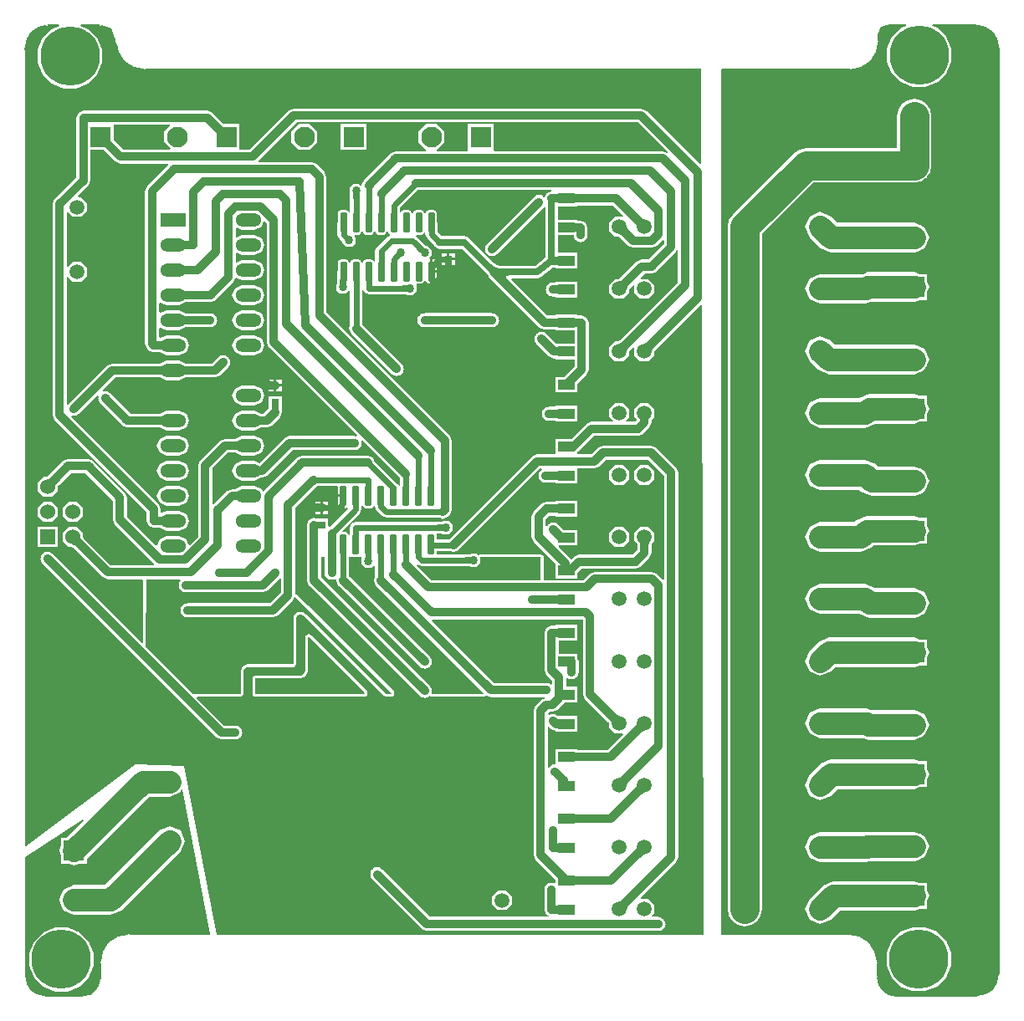
<source format=gbl>
G04*
G04 #@! TF.GenerationSoftware,Altium Limited,Altium Designer,24.0.1 (36)*
G04*
G04 Layer_Physical_Order=2*
G04 Layer_Color=16711680*
%FSLAX44Y44*%
%MOMM*%
G71*
G04*
G04 #@! TF.SameCoordinates,71F2B9B8-5446-4F90-8F71-DE05B1429098*
G04*
G04*
G04 #@! TF.FilePolarity,Positive*
G04*
G01*
G75*
%ADD16R,0.8000X0.7000*%
%ADD19R,1.7200X1.0800*%
%ADD51C,2.9210*%
%ADD52C,0.8128*%
%ADD53C,0.7000*%
%ADD54C,1.5080*%
%ADD55R,1.5080X1.5080*%
%ADD56O,2.6416X1.3208*%
%ADD57R,2.6416X1.3208*%
%ADD58C,2.1000*%
%ADD59R,2.1000X2.1000*%
%ADD60R,2.1000X2.1000*%
%ADD61C,1.5000*%
%ADD62R,1.5000X1.5000*%
%ADD63C,6.0000*%
%ADD64C,1.4980*%
%ADD65R,1.4980X1.4980*%
%ADD66R,1.5300X1.5300*%
%ADD67C,1.5300*%
%ADD68C,0.8585*%
G04:AMPARAMS|DCode=69|XSize=1.97mm|YSize=0.6mm|CornerRadius=0.075mm|HoleSize=0mm|Usage=FLASHONLY|Rotation=270.000|XOffset=0mm|YOffset=0mm|HoleType=Round|Shape=RoundedRectangle|*
%AMROUNDEDRECTD69*
21,1,1.9700,0.4500,0,0,270.0*
21,1,1.8200,0.6000,0,0,270.0*
1,1,0.1500,-0.2250,-0.9100*
1,1,0.1500,-0.2250,0.9100*
1,1,0.1500,0.2250,0.9100*
1,1,0.1500,0.2250,-0.9100*
%
%ADD69ROUNDEDRECTD69*%
%ADD70C,2.2860*%
%ADD71C,0.6000*%
G36*
X886938Y986348D02*
X887036Y986382D01*
X887131Y986342D01*
X894882D01*
X895129Y985097D01*
X890034Y982986D01*
X880880Y973833D01*
X875926Y961873D01*
Y948928D01*
X880880Y936968D01*
X890034Y927814D01*
X901994Y922860D01*
X914939D01*
X926899Y927814D01*
X936052Y936968D01*
X941006Y948928D01*
Y961873D01*
X936052Y973833D01*
X926899Y982986D01*
X921803Y985097D01*
X922051Y986342D01*
X932050D01*
X932050Y985757D01*
X932051Y985757D01*
X933321Y986343D01*
X966367D01*
X967260Y985441D01*
X967257Y985036D01*
X967294Y985020D01*
X968564Y985505D01*
X975718Y984081D01*
X982860Y979310D01*
X987632Y972168D01*
X989054Y965014D01*
X988570Y963744D01*
X988586Y963707D01*
X988991Y963710D01*
X989602Y963104D01*
X989893Y962474D01*
X989893Y900140D01*
X989893Y86788D01*
X989893Y24649D01*
X989307D01*
X987632Y16225D01*
X982860Y9083D01*
X975718Y4311D01*
X967294Y2635D01*
Y2050D01*
X932051D01*
X932051Y2050D01*
X932051Y2636D01*
X932050Y2636D01*
X932050Y2050D01*
X883875D01*
X883522Y2432D01*
X883059Y2979D01*
X883032Y3245D01*
X883032Y3246D01*
X883032Y3246D01*
X883032Y3246D01*
X882857Y3318D01*
X882726Y3372D01*
X881523Y3210D01*
X877272Y4056D01*
X871218Y8102D01*
X867172Y14156D01*
X865751Y21298D01*
X865780Y21440D01*
X865790Y21491D01*
X865798Y21530D01*
X865808Y21582D01*
X865944Y22264D01*
X866028Y22686D01*
X866028Y22686D01*
X866027Y22686D01*
X865166Y23509D01*
X865166Y35395D01*
X865198Y35539D01*
X865200Y35544D01*
X866433Y36665D01*
X866488Y36665D01*
X866488Y36666D01*
X866475Y36699D01*
X866467Y36718D01*
X866318Y36716D01*
X865358Y37137D01*
X865200Y37936D01*
X863283Y47568D01*
X857109Y56810D01*
X847868Y62984D01*
X837904Y64966D01*
X837757Y65091D01*
X837055Y65925D01*
X837001Y66084D01*
X837001Y66174D01*
X836965Y66189D01*
X836964Y66189D01*
Y66035D01*
X836304Y65105D01*
X836139Y64940D01*
X835840Y64867D01*
X708086D01*
X707977Y940543D01*
X708875Y941441D01*
X838283D01*
Y941156D01*
X849185Y943324D01*
X858427Y949499D01*
X864602Y958741D01*
X866518Y968373D01*
X866615Y968861D01*
X866664Y968902D01*
X867483Y969532D01*
X867702Y969607D01*
X867792Y969606D01*
X867807Y969643D01*
X867807Y969643D01*
X867627Y969643D01*
X866643Y970116D01*
X866485Y970767D01*
Y976557D01*
X866722D01*
X869688Y983716D01*
X875536Y986139D01*
X876620Y985691D01*
X876847Y985597D01*
X876885Y985613D01*
X876881Y985985D01*
X877790Y986852D01*
X877827Y986860D01*
X886938Y986348D01*
D02*
G37*
G36*
X79214Y986084D02*
X79214Y986084D01*
X79849Y985145D01*
X79848Y985036D01*
X79886Y985020D01*
X79886Y985092D01*
X81156Y985940D01*
X90402Y982110D01*
X94236Y972855D01*
X94649Y971756D01*
X94895Y971106D01*
X94998Y970187D01*
X94979Y969769D01*
X94948Y969472D01*
X94921Y969271D01*
X94946Y969211D01*
X95405Y968103D01*
X95407Y968097D01*
X95520Y967824D01*
X95840Y967052D01*
X95860Y967004D01*
X96664Y966077D01*
X98123Y958741D01*
X104298Y949499D01*
X113540Y943324D01*
X123172Y941408D01*
X124414Y941161D01*
X124405Y940134D01*
X124442Y940119D01*
X124442Y941168D01*
X125566Y941441D01*
X687524Y941441D01*
X687821Y845382D01*
X686648Y844894D01*
X632143Y899399D01*
X627089Y901493D01*
X275553D01*
X270498Y899399D01*
X230936Y859837D01*
X220544D01*
Y885558D01*
X204573D01*
X193018Y897113D01*
X187963Y899207D01*
X62701D01*
X57646Y897113D01*
X55553Y892059D01*
Y831519D01*
X33516Y809483D01*
X31423Y804429D01*
Y590973D01*
X33516Y585919D01*
X126672Y492762D01*
Y483750D01*
X128766Y478696D01*
X133821Y476602D01*
X139848D01*
X146485Y473853D01*
X159693D01*
X166692Y476752D01*
X169591Y483750D01*
X166692Y490749D01*
X159693Y493648D01*
X146485D01*
X142025Y491800D01*
X140969Y492506D01*
Y495723D01*
X138875Y500778D01*
X50337Y589316D01*
X50863Y590586D01*
X52287D01*
X53049Y590271D01*
X53810Y590586D01*
X55879D01*
X57341Y592049D01*
X58103Y592364D01*
X76442Y610703D01*
X77712Y610177D01*
Y608848D01*
X77397Y608087D01*
X77712Y607325D01*
Y605257D01*
X79175Y603794D01*
X79490Y603032D01*
X102227Y580296D01*
X107281Y578202D01*
X139848D01*
X146485Y575453D01*
X159693D01*
X166692Y578352D01*
X169591Y585350D01*
X166692Y592349D01*
X159693Y595248D01*
X146485D01*
X139847Y592498D01*
X110242D01*
X89599Y613141D01*
X88837Y613457D01*
X87375Y614919D01*
X85306D01*
X84545Y615235D01*
X83783Y614919D01*
X82454D01*
X81928Y616189D01*
X94741Y629002D01*
X139848D01*
X146485Y626253D01*
X159693D01*
X166330Y629002D01*
X195660D01*
X200714Y631096D01*
X208979Y639361D01*
X209295Y640123D01*
X210757Y641585D01*
Y643654D01*
X211073Y644415D01*
X210757Y645177D01*
Y647245D01*
X209295Y648708D01*
X208979Y649470D01*
X208218Y649785D01*
X206755Y651248D01*
X204686D01*
X203925Y651563D01*
X203163Y651248D01*
X201094D01*
X199632Y649785D01*
X198870Y649470D01*
X192699Y643298D01*
X166331D01*
X159693Y646048D01*
X146485D01*
X139847Y643298D01*
X91780D01*
X86726Y641205D01*
X47994Y602473D01*
X47761Y601909D01*
X46954Y601464D01*
X45719Y602107D01*
Y730784D01*
X46989Y731310D01*
X52196Y726103D01*
X60505D01*
X66381Y731978D01*
Y740287D01*
X60505Y746163D01*
X52196D01*
X46989Y740955D01*
X45719Y741481D01*
Y795944D01*
X46989Y796470D01*
X51836Y791622D01*
X60145D01*
X66020Y797498D01*
Y805807D01*
X60145Y811683D01*
X57593D01*
X57107Y812856D01*
X67755Y823504D01*
X69849Y828559D01*
Y859478D01*
X82876D01*
X94719Y847634D01*
X99774Y845540D01*
X148041D01*
X148568Y844270D01*
X126988Y822691D01*
X124895Y817637D01*
Y662820D01*
X126988Y657766D01*
X128258Y656496D01*
X133313Y654402D01*
X139848D01*
X146485Y651653D01*
X159693D01*
X166692Y654552D01*
X169591Y661550D01*
X166692Y668549D01*
X159693Y671448D01*
X146485D01*
X140461Y668952D01*
X139191Y669701D01*
Y678700D01*
X140461Y679548D01*
X146485Y677053D01*
X159693D01*
X166330Y679802D01*
X190971D01*
X191732Y680117D01*
X193801D01*
X195264Y681580D01*
X196025Y681896D01*
X196341Y682657D01*
X197803Y684120D01*
Y686188D01*
X198119Y686950D01*
X197803Y687712D01*
Y689780D01*
X196341Y691243D01*
X196025Y692005D01*
X195264Y692320D01*
X193801Y693783D01*
X191732D01*
X190971Y694098D01*
X166331D01*
X159693Y696848D01*
X146485D01*
X140461Y694352D01*
X139191Y695201D01*
Y704100D01*
X140461Y704948D01*
X146485Y702453D01*
X159693D01*
X166330Y705202D01*
X191225D01*
X196279Y707296D01*
X214532Y725548D01*
X216541Y730398D01*
X222685Y727853D01*
X235893D01*
X242892Y730752D01*
X245791Y737750D01*
X242892Y744749D01*
X235893Y747648D01*
X222685D01*
X217681Y745575D01*
X216625Y746281D01*
Y754620D01*
X217681Y755326D01*
X222685Y753253D01*
X235893D01*
X242892Y756152D01*
X245791Y763150D01*
X242892Y770149D01*
X235893Y773048D01*
X222685D01*
X217681Y770975D01*
X216625Y771681D01*
Y780020D01*
X217681Y780726D01*
X222685Y778653D01*
X235893D01*
X242892Y781552D01*
X245083Y786843D01*
X246329Y787091D01*
X248239Y785181D01*
Y665240D01*
X250333Y660186D01*
X339935Y570583D01*
X339269Y569453D01*
X337528D01*
X336767Y569769D01*
X271489D01*
X266434Y567675D01*
X241065Y542306D01*
X235893Y544448D01*
X222685D01*
X215687Y541549D01*
X212788Y534550D01*
X215687Y527552D01*
X222685Y524653D01*
X235893D01*
X242530Y527402D01*
X243418D01*
X248473Y529496D01*
X274450Y555472D01*
X336767D01*
X337528Y555788D01*
X339597D01*
X341059Y557251D01*
X341821Y557566D01*
X342137Y558328D01*
X343599Y559790D01*
Y561859D01*
X343915Y562621D01*
X343599Y563382D01*
Y565123D01*
X344729Y565789D01*
X383157Y527362D01*
Y519455D01*
X381887Y519203D01*
X381221Y520809D01*
X380718Y521017D01*
X380693Y521078D01*
X356881Y544890D01*
X355730Y547671D01*
X350675Y549764D01*
X284189D01*
X279134Y547671D01*
X245246Y513783D01*
X243838Y513864D01*
X242892Y516149D01*
X235893Y519048D01*
X222685D01*
X216047Y516298D01*
X213192D01*
X208138Y514205D01*
X194182Y500249D01*
X192912Y500775D01*
Y536927D01*
X208787Y552802D01*
X216048D01*
X222685Y550053D01*
X235893D01*
X242892Y552952D01*
X245791Y559950D01*
X242892Y566949D01*
X235893Y569848D01*
X222685D01*
X216047Y567098D01*
X205826D01*
X200772Y565005D01*
X180709Y544942D01*
X178615Y539888D01*
Y467664D01*
X170314Y459363D01*
X169069Y459611D01*
X166692Y465349D01*
X159693Y468248D01*
X146485D01*
X139487Y465349D01*
X137071Y459516D01*
X135573Y459218D01*
X106679Y488111D01*
Y507249D01*
X104585Y512303D01*
X72581Y544307D01*
X67527Y546401D01*
X47144D01*
X42089Y544307D01*
X27332Y529550D01*
X26862Y529203D01*
X26353Y528872D01*
X26030Y528700D01*
X25977Y528680D01*
X25862Y528663D01*
X25743Y528592D01*
X25702Y528577D01*
X25675Y528552D01*
X25561Y528484D01*
X21964D01*
X15995Y522514D01*
Y514073D01*
X21964Y508104D01*
X30405D01*
X36375Y514073D01*
Y517670D01*
X36443Y517784D01*
X36468Y517811D01*
X36483Y517852D01*
X36554Y517971D01*
X36571Y518086D01*
X36591Y518139D01*
X36764Y518462D01*
X37036Y518882D01*
X38026Y520026D01*
X50104Y532104D01*
X64566D01*
X92382Y504288D01*
Y485151D01*
X94476Y480096D01*
X134344Y440229D01*
X133818Y438959D01*
X90228D01*
X62841Y466346D01*
X62494Y466816D01*
X62164Y467325D01*
X61991Y467648D01*
X61971Y467701D01*
X61954Y467817D01*
X61883Y467935D01*
X61868Y467976D01*
X61843Y468004D01*
X61775Y468117D01*
Y471714D01*
X55806Y477684D01*
X47364D01*
X41395Y471714D01*
Y463273D01*
X47364Y457304D01*
X50961D01*
X51075Y457236D01*
X51102Y457210D01*
X51143Y457195D01*
X51262Y457124D01*
X51377Y457107D01*
X51430Y457087D01*
X51753Y456915D01*
X52173Y456642D01*
X53317Y455652D01*
X82213Y426756D01*
X87268Y424663D01*
X122311D01*
X123208Y423763D01*
X123042Y360437D01*
X121868Y359953D01*
X31239Y450581D01*
X30477Y450897D01*
X29015Y452359D01*
X26946D01*
X26185Y452675D01*
X25423Y452359D01*
X23354D01*
X21892Y450897D01*
X21130Y450581D01*
X20815Y449819D01*
X19352Y448357D01*
Y446288D01*
X19037Y445527D01*
X19352Y444765D01*
Y442696D01*
X20815Y441234D01*
X21130Y440472D01*
X197152Y264450D01*
X202207Y262356D01*
X216371D01*
X217132Y262672D01*
X219201D01*
X220664Y264135D01*
X221425Y264450D01*
X221741Y265212D01*
X223203Y266674D01*
Y268743D01*
X223519Y269505D01*
X223203Y270266D01*
Y272335D01*
X221741Y273797D01*
X221425Y274559D01*
X220664Y274875D01*
X219201Y276337D01*
X217132D01*
X216371Y276653D01*
X205167D01*
X177288Y304533D01*
X177774Y305706D01*
X221922D01*
X223867Y306511D01*
X224672Y308455D01*
Y331027D01*
X226120Y334524D01*
X229618Y335973D01*
X275263D01*
X277207Y336778D01*
X278012Y338722D01*
Y384367D01*
X278118Y384623D01*
Y385170D01*
X278327Y385675D01*
Y386605D01*
X278985Y387262D01*
X279194Y387768D01*
X279557Y388130D01*
X280062Y388340D01*
X280719Y388997D01*
X281649D01*
X282154Y389206D01*
X282667D01*
X283172Y388997D01*
X284102D01*
X284759Y388340D01*
X285265Y388130D01*
X285651Y387744D01*
X285908Y387637D01*
X367034Y306511D01*
X368978Y305706D01*
X368978Y305706D01*
X374186D01*
X374691Y305915D01*
X375238D01*
X375625Y306302D01*
X376130Y306511D01*
X376339Y307016D01*
X376726Y307403D01*
X377212Y308576D01*
Y309123D01*
X377421Y309628D01*
X377212Y310134D01*
Y310681D01*
X376825Y311067D01*
X376616Y311572D01*
X279407Y408781D01*
X278479Y409166D01*
X277566Y409585D01*
X276880Y409610D01*
X276859Y409625D01*
Y496922D01*
X299477Y519540D01*
X319216D01*
X319922Y518484D01*
X319842Y518291D01*
Y510461D01*
X325653D01*
Y509191D01*
X326923D01*
Y496530D01*
X327903D01*
X329308Y497112D01*
X330027Y496035D01*
X311633Y477641D01*
X311361Y477528D01*
X310305Y478234D01*
Y485898D01*
X304966D01*
X303765Y486396D01*
X297528D01*
X296054Y487006D01*
X291000Y484913D01*
X288906Y479858D01*
Y423817D01*
X291000Y418762D01*
X403099Y306662D01*
X403861Y306347D01*
X405324Y304884D01*
X407392D01*
X408154Y304569D01*
X408916Y304884D01*
X410984D01*
X412086Y305987D01*
X413221Y306511D01*
X413727Y306302D01*
X414113Y305915D01*
X414660Y305915D01*
X415165Y305706D01*
X467404D01*
X467909Y305915D01*
X468456Y305915D01*
X469348Y306511D01*
X470731Y307132D01*
X475197Y305282D01*
X529713D01*
X529966Y304013D01*
X526251Y302474D01*
X520180Y296403D01*
X518087Y291349D01*
Y145775D01*
X520180Y140720D01*
X540511Y120390D01*
Y117723D01*
X539337Y117237D01*
X539241Y117333D01*
X537172D01*
X536411Y117649D01*
X535649Y117333D01*
X533581D01*
X532118Y115871D01*
X531356Y115555D01*
X531041Y114794D01*
X529578Y113331D01*
Y111262D01*
X529263Y110501D01*
Y89959D01*
X531356Y84904D01*
X533306Y84096D01*
X533059Y82851D01*
X413134D01*
X364935Y131049D01*
X364174Y131365D01*
X362711Y132827D01*
X360642D01*
X359881Y133143D01*
X359119Y132827D01*
X357051D01*
X355588Y131365D01*
X354826Y131049D01*
X354511Y130288D01*
X353048Y128825D01*
Y126756D01*
X352733Y125995D01*
X353048Y125233D01*
Y123165D01*
X354511Y121702D01*
X354826Y120940D01*
X405118Y70648D01*
X410173Y68555D01*
X644615D01*
X645376Y68870D01*
X647445D01*
X648907Y70333D01*
X649669Y70648D01*
X649985Y71410D01*
X651447Y72873D01*
Y74941D01*
X651763Y75703D01*
X651447Y76464D01*
Y78533D01*
X649985Y79995D01*
X649669Y80757D01*
X648907Y81073D01*
X647445Y82535D01*
X645376D01*
X644615Y82851D01*
X638497D01*
X638011Y84024D01*
X640471Y86483D01*
Y94834D01*
X634566Y100739D01*
X626976D01*
X626450Y102009D01*
X662369Y137928D01*
X664463Y142983D01*
Y532649D01*
X662369Y537703D01*
X642049Y558023D01*
X636995Y560117D01*
X588227D01*
X583172Y558023D01*
X576376Y551227D01*
X562791D01*
Y553635D01*
X563563Y553955D01*
X579559Y569950D01*
X624041D01*
X629095Y572044D01*
X635445Y578394D01*
X637539Y583449D01*
Y586010D01*
X640471Y588942D01*
Y597292D01*
X634566Y603197D01*
X626215D01*
X620311Y597292D01*
Y588942D01*
X623043Y586210D01*
X621080Y584247D01*
X612035D01*
X611549Y585420D01*
X615071Y588942D01*
Y597292D01*
X609166Y603197D01*
X600815D01*
X594911Y597292D01*
Y588942D01*
X598432Y585420D01*
X597946Y584247D01*
X576598D01*
X571544Y582153D01*
X556340Y566949D01*
X540511D01*
Y551227D01*
X521425D01*
X516370Y549133D01*
X432730Y465493D01*
X420364D01*
Y468791D01*
X419787Y470184D01*
X420493Y471240D01*
X425516D01*
X426352Y470403D01*
X432012D01*
X436015Y474406D01*
Y480066D01*
X432012Y484069D01*
X426352D01*
X425516Y483232D01*
X338353D01*
X334113Y481476D01*
X332357Y477236D01*
Y469955D01*
X331087Y469703D01*
X330421Y471309D01*
X327903Y472352D01*
X325101D01*
X324575Y473622D01*
X342593Y491641D01*
X344350Y495881D01*
Y498927D01*
X345620Y499180D01*
X346285Y497573D01*
X348803Y496530D01*
X353303D01*
X355821Y497573D01*
X356487Y499180D01*
X357757Y498927D01*
Y498296D01*
X359513Y494056D01*
X365038Y488531D01*
X369279Y486774D01*
X423409D01*
X426189Y485623D01*
X431244Y487716D01*
X433530Y490002D01*
X435624Y495057D01*
Y565125D01*
X433530Y570179D01*
X308630Y695079D01*
Y832026D01*
X306537Y837081D01*
X298705Y844913D01*
X293650Y847006D01*
X240119D01*
X239593Y848276D01*
X278514Y887197D01*
X624128D01*
X653906Y857419D01*
X653186Y856342D01*
X648428Y858313D01*
X478184D01*
X477931Y859478D01*
X477931Y859583D01*
Y885558D01*
X451851D01*
Y859583D01*
X451851Y859478D01*
X451598Y858313D01*
X420545D01*
X420397Y859583D01*
X427930Y867117D01*
Y877919D01*
X420292Y885558D01*
X409489D01*
X401851Y877919D01*
Y867117D01*
X409384Y859583D01*
X409236Y858313D01*
X379052D01*
X373998Y856219D01*
X346164Y828385D01*
X344281Y823840D01*
X342897Y823429D01*
X341348Y824977D01*
X335688D01*
X331686Y820975D01*
Y815314D01*
X332522Y814478D01*
Y796204D01*
X331252Y795951D01*
X330586Y797558D01*
X328068Y798601D01*
X323568D01*
X321050Y797558D01*
X320007Y795040D01*
Y786387D01*
X319822Y785939D01*
Y773467D01*
X321578Y769227D01*
X324600Y766205D01*
Y765023D01*
X328602Y761020D01*
X334263D01*
X338265Y765023D01*
Y770683D01*
X336940Y772008D01*
X337466Y773278D01*
X340768D01*
X343286Y774322D01*
X344233Y776608D01*
X344241Y776609D01*
X345496D01*
X345503Y776608D01*
X346450Y774322D01*
X348968Y773278D01*
X353468D01*
X355986Y774322D01*
X356933Y776608D01*
X356941Y776609D01*
X358196D01*
X358203Y776608D01*
X359150Y774322D01*
X361668Y773278D01*
X366168D01*
X368686Y774322D01*
X369633Y776608D01*
X369641Y776609D01*
X370896D01*
X370903Y776608D01*
X371850Y774322D01*
X372448Y774074D01*
Y772804D01*
X370118Y771839D01*
X359678Y761398D01*
X357922Y757158D01*
Y746703D01*
X356652Y746451D01*
X355986Y748057D01*
X353468Y749100D01*
X348968D01*
X346450Y748057D01*
X345503Y745771D01*
X345496Y745770D01*
X344241D01*
X344233Y745771D01*
X343286Y748057D01*
X340768Y749100D01*
X336268D01*
X333750Y748057D01*
X332803Y745771D01*
X332796Y745770D01*
X331541D01*
X331533Y745771D01*
X330586Y748057D01*
X328068Y749100D01*
X323568D01*
X321050Y748057D01*
X320007Y745539D01*
Y737927D01*
X319086Y735704D01*
Y724275D01*
X318250Y723439D01*
Y717778D01*
X322253Y713776D01*
X327913D01*
X331252Y717115D01*
X332522Y716589D01*
Y681505D01*
X331370Y678725D01*
X333464Y673671D01*
X374638Y632496D01*
X375400Y632181D01*
X376862Y630718D01*
X378931D01*
X379693Y630402D01*
X380454Y630718D01*
X382523D01*
X383985Y632181D01*
X384747Y632496D01*
X385063Y633258D01*
X386525Y634720D01*
Y636789D01*
X386841Y637551D01*
X386525Y638312D01*
Y640381D01*
X385063Y641843D01*
X384747Y642605D01*
X344515Y682838D01*
Y717473D01*
X345785Y717726D01*
X346978Y714845D01*
X351218Y713088D01*
X389742D01*
X390578Y712252D01*
X396239D01*
X400241Y716255D01*
Y721915D01*
X399562Y722594D01*
X400174Y723778D01*
X404268D01*
X406786Y724821D01*
X407733Y727108D01*
X407741Y727109D01*
X408996D01*
X409003Y727108D01*
X409950Y724821D01*
X412468Y723778D01*
X413448D01*
Y736440D01*
Y749100D01*
X413039D01*
X412513Y750370D01*
X414719Y752577D01*
Y758237D01*
X410717Y762239D01*
X409534D01*
X399935Y771839D01*
X399292Y772105D01*
X399768Y773278D01*
X404268D01*
X406786Y774322D01*
X407452Y775928D01*
X408722Y775676D01*
Y773949D01*
X410478Y769708D01*
X417730Y762456D01*
X418272Y761150D01*
X422895Y759235D01*
X445359D01*
X472326Y732268D01*
X472936Y730794D01*
X524161Y679569D01*
X529215Y677476D01*
X540511D01*
Y676684D01*
X559743D01*
Y663164D01*
X541120D01*
X531199Y673085D01*
X530437Y673401D01*
X528974Y674863D01*
X526906D01*
X526144Y675179D01*
X525382Y674863D01*
X523314D01*
X521851Y673401D01*
X521090Y673085D01*
X520774Y672324D01*
X519311Y670861D01*
Y668792D01*
X518996Y668031D01*
X519311Y667269D01*
Y665201D01*
X520774Y663738D01*
X521090Y662976D01*
X533896Y650170D01*
X538951Y648076D01*
X540511D01*
Y647284D01*
X559743D01*
Y640018D01*
X549482Y629757D01*
X540511D01*
Y613877D01*
X562791D01*
Y622848D01*
X571945Y632002D01*
X574039Y637057D01*
Y684624D01*
X571945Y689678D01*
X566891Y691772D01*
X562791D01*
Y692564D01*
X540511D01*
Y691772D01*
X532176D01*
X495811Y728138D01*
X496297Y729311D01*
X522020D01*
X524031Y730144D01*
X526119Y730756D01*
X537956Y740284D01*
X540511D01*
Y739492D01*
X562791D01*
Y755372D01*
X542948D01*
Y772899D01*
X558592D01*
X558788Y772425D01*
Y770357D01*
X560251Y768894D01*
X560566Y768132D01*
X561328Y767817D01*
X562790Y766354D01*
X564859D01*
X565621Y766039D01*
X566382Y766354D01*
X568451D01*
X569913Y767817D01*
X570675Y768132D01*
X570991Y768894D01*
X572453Y770357D01*
Y772425D01*
X572769Y773187D01*
Y780839D01*
X570675Y785893D01*
X565621Y787987D01*
X562791D01*
Y788779D01*
X542948D01*
Y802299D01*
X562791D01*
Y803091D01*
X598730D01*
X608932Y792889D01*
X608406Y791619D01*
X600815D01*
X594911Y785714D01*
Y777363D01*
X600815Y771459D01*
X604357D01*
X604399Y771433D01*
X604459Y771376D01*
X604554Y771339D01*
X604649Y771282D01*
X604738Y771268D01*
X604768Y771256D01*
X605076Y771088D01*
X605485Y770818D01*
X606394Y770026D01*
X614130Y762290D01*
X619185Y760197D01*
X638011D01*
X643065Y762290D01*
X648896Y768122D01*
X650166Y767596D01*
Y764210D01*
X634542Y748585D01*
X627696D01*
X622642Y746491D01*
X605921Y729770D01*
X605570Y729508D01*
X605076Y729181D01*
X604768Y729013D01*
X604738Y729002D01*
X604649Y728988D01*
X604554Y728930D01*
X604459Y728894D01*
X604399Y728837D01*
X604357Y728811D01*
X600815D01*
X594911Y722906D01*
Y714556D01*
X600815Y708651D01*
X609166D01*
X615071Y714556D01*
Y718097D01*
X615097Y718140D01*
X615153Y718199D01*
X615190Y718294D01*
X615248Y718389D01*
X615261Y718479D01*
X615273Y718508D01*
X615441Y718816D01*
X615711Y719225D01*
X616503Y720135D01*
X619041Y722672D01*
X620311Y722146D01*
Y714556D01*
X626215Y708651D01*
X634566D01*
X640471Y714556D01*
Y722906D01*
X634566Y728811D01*
X626976D01*
X626450Y730081D01*
X630657Y734288D01*
X637503D01*
X642557Y736382D01*
X662369Y756194D01*
X663145Y758067D01*
X664390Y757819D01*
Y725433D01*
X605921Y666963D01*
X605570Y666701D01*
X605076Y666374D01*
X604768Y666206D01*
X604738Y666195D01*
X604649Y666181D01*
X604554Y666123D01*
X604459Y666087D01*
X604399Y666030D01*
X604357Y666004D01*
X600815D01*
X594911Y660099D01*
Y651749D01*
X600815Y645844D01*
X609166D01*
X615071Y651749D01*
Y655290D01*
X615097Y655333D01*
X615153Y655392D01*
X615190Y655487D01*
X615248Y655582D01*
X615261Y655672D01*
X615273Y655701D01*
X615441Y656009D01*
X615711Y656418D01*
X616503Y657327D01*
X619041Y659865D01*
X620311Y659339D01*
Y651749D01*
X626215Y645844D01*
X634566D01*
X640471Y651749D01*
Y655290D01*
X640497Y655333D01*
X640553Y655392D01*
X640590Y655487D01*
X640648Y655582D01*
X640661Y655672D01*
X640673Y655701D01*
X640841Y656009D01*
X641111Y656418D01*
X641903Y657327D01*
X687090Y702515D01*
X688264Y702031D01*
X690233Y65766D01*
X689336Y64867D01*
X197078D01*
X164762Y235875D01*
X115626Y237240D01*
X4387Y154457D01*
X3252Y155027D01*
Y957690D01*
X3199Y957817D01*
X3242Y957948D01*
X3242Y957948D01*
X2876Y962813D01*
X3740Y963744D01*
X4121Y963744D01*
X4121Y963744D01*
X3996Y964045D01*
X3545Y964554D01*
X5060Y972168D01*
X9832Y979310D01*
X16973Y984081D01*
X24127Y985505D01*
X25397Y985020D01*
X25397Y985020D01*
X25397Y985020D01*
X25434Y985036D01*
X25434Y985079D01*
X26054Y986069D01*
X26195Y986212D01*
X26425Y986342D01*
X37869D01*
X38116Y985097D01*
X30532Y981955D01*
X21379Y972802D01*
X16425Y960842D01*
Y947897D01*
X21379Y935937D01*
X30532Y926783D01*
X42492Y921829D01*
X55437D01*
X67397Y926783D01*
X76551Y935937D01*
X81505Y947897D01*
Y960842D01*
X76551Y972802D01*
X67397Y981955D01*
X59813Y985097D01*
X60061Y986342D01*
X78958D01*
X79214Y986084D01*
D02*
G37*
G36*
X150282Y883737D02*
X144464Y877919D01*
Y867117D01*
X150571Y861010D01*
X150085Y859837D01*
X102735D01*
X92985Y869587D01*
Y884911D01*
X149796D01*
X150282Y883737D01*
D02*
G37*
G36*
X536411Y817387D02*
X531356Y815293D01*
X530018Y812063D01*
X528765Y811769D01*
X528004Y812085D01*
X526541Y813547D01*
X524472D01*
X523711Y813863D01*
X522949Y813547D01*
X520881D01*
X519418Y812085D01*
X518656Y811769D01*
X471158Y764271D01*
X470843Y763510D01*
X469380Y762047D01*
Y759978D01*
X469065Y759217D01*
X469380Y758455D01*
Y756386D01*
X470843Y754924D01*
X471158Y754162D01*
X471920Y753847D01*
X473382Y752384D01*
X475451D01*
X476213Y752069D01*
X476974Y752384D01*
X479043D01*
X480505Y753847D01*
X481267Y754162D01*
X528603Y801498D01*
X529368Y801360D01*
X529873Y801109D01*
Y750562D01*
X519716Y742386D01*
X483508D01*
X483049Y742474D01*
X482009Y742761D01*
X481006Y743128D01*
X480037Y743577D01*
X479099Y744110D01*
X478712Y744373D01*
X452690Y770395D01*
X448067Y772310D01*
X424837D01*
X420715Y776432D01*
Y785939D01*
X420529Y786387D01*
Y795040D01*
X419486Y797558D01*
X416968Y798601D01*
X412468D01*
X409950Y797558D01*
X409003Y795271D01*
X408996Y795270D01*
X407741D01*
X407733Y795271D01*
X406786Y797558D01*
X404268Y798601D01*
X399768D01*
X397250Y797558D01*
X396303Y795271D01*
X396296Y795270D01*
X395041D01*
X395033Y795271D01*
X394086Y797558D01*
X391568Y798601D01*
X387068D01*
X384550Y797558D01*
X383885Y795951D01*
X382615Y796204D01*
Y800675D01*
X400556Y818616D01*
X536314D01*
X536411Y817387D01*
D02*
G37*
G36*
X341518Y809923D02*
X335518D01*
X335513Y815079D01*
X341523D01*
X341518Y809923D01*
D02*
G37*
G36*
X623578Y794116D02*
X628229Y790066D01*
X628887Y789631D01*
X629454Y789322D01*
X629930Y789137D01*
X630315Y789078D01*
X622851Y781614D01*
X622792Y782000D01*
X622608Y782476D01*
X622298Y783043D01*
X621864Y783700D01*
X621304Y784449D01*
X619809Y786218D01*
X616628Y789554D01*
X622376Y795301D01*
X623578Y794116D01*
D02*
G37*
G36*
X612589Y781078D02*
X612774Y780602D01*
X613083Y780035D01*
X613518Y779377D01*
X614077Y778628D01*
X615572Y776859D01*
X618753Y773524D01*
X613006Y767776D01*
X611803Y768962D01*
X607152Y773012D01*
X606495Y773446D01*
X605928Y773756D01*
X605451Y773940D01*
X605066Y773999D01*
X612530Y781463D01*
X612589Y781078D01*
D02*
G37*
G36*
X407844Y759699D02*
X403594Y755450D01*
X399952Y759099D01*
X404195Y763341D01*
X407844Y759699D01*
D02*
G37*
G36*
X383941Y751622D02*
X380292Y747980D01*
X376049Y752223D01*
X379692Y755872D01*
X383941Y751622D01*
D02*
G37*
G36*
X475501Y743358D02*
X476553Y742516D01*
X477645Y741774D01*
X478778Y741131D01*
X479953Y740586D01*
X481169Y740141D01*
X482425Y739794D01*
X483722Y739547D01*
X485061Y739398D01*
X486440Y739349D01*
X494238Y732349D01*
X492966Y732291D01*
X491948Y732119D01*
X491185Y731831D01*
X490678Y731429D01*
X490425Y730912D01*
X490427Y730280D01*
X490684Y729532D01*
X491196Y728670D01*
X491963Y727693D01*
X492985Y726601D01*
X477991Y735849D01*
X474491Y744298D01*
X475501Y743358D01*
D02*
G37*
G36*
X328088Y723674D02*
X322078D01*
X322083Y728830D01*
X328083D01*
X328088Y723674D01*
D02*
G37*
G36*
X618753Y726746D02*
X617568Y725544D01*
X613518Y720893D01*
X613083Y720235D01*
X612774Y719668D01*
X612589Y719192D01*
X612530Y718807D01*
X605066Y726271D01*
X605451Y726330D01*
X605928Y726514D01*
X606495Y726824D01*
X607152Y727258D01*
X607901Y727818D01*
X609670Y729313D01*
X613006Y732494D01*
X618753Y726746D01*
D02*
G37*
G36*
X390343Y716080D02*
X385187Y716085D01*
Y722085D01*
X390343Y722089D01*
Y716080D01*
D02*
G37*
G36*
X644153Y663939D02*
X642968Y662737D01*
X638918Y658086D01*
X638483Y657428D01*
X638174Y656861D01*
X637990Y656385D01*
X637930Y655999D01*
X630466Y663464D01*
X630851Y663523D01*
X631328Y663707D01*
X631895Y664017D01*
X632552Y664451D01*
X633301Y665011D01*
X635070Y666506D01*
X638406Y669686D01*
X644153Y663939D01*
D02*
G37*
G36*
X618753D02*
X617568Y662737D01*
X613518Y658086D01*
X613083Y657428D01*
X612774Y656861D01*
X612589Y656385D01*
X612530Y655999D01*
X605066Y663464D01*
X605451Y663523D01*
X605928Y663707D01*
X606495Y664017D01*
X607152Y664451D01*
X607901Y665011D01*
X609670Y666506D01*
X613006Y669686D01*
X618753Y663939D01*
D02*
G37*
G36*
X565967Y630386D02*
X560190Y624639D01*
X551273Y627156D01*
X557020Y632934D01*
X565967Y630386D01*
D02*
G37*
G36*
X568841Y563595D02*
X560220Y554973D01*
X558131Y564379D01*
X563878Y570126D01*
X568841Y563595D01*
D02*
G37*
G36*
X650166Y529688D02*
Y424702D01*
X648896Y424176D01*
X643065Y430007D01*
X638011Y432101D01*
X580099D01*
X575044Y430007D01*
X569010Y423973D01*
X528147D01*
Y446953D01*
X527342Y448897D01*
X525398Y449702D01*
X464249D01*
X462400Y448936D01*
X460247Y451089D01*
X454586D01*
X453750Y450253D01*
X420590D01*
X420364Y450591D01*
Y453500D01*
X434062D01*
X436843Y452349D01*
X441897Y454442D01*
X524385Y536931D01*
X526177D01*
X526703Y535661D01*
X526022Y534979D01*
X525260Y534664D01*
X524945Y533902D01*
X523482Y532439D01*
Y530371D01*
X523167Y529609D01*
X523482Y528848D01*
Y526779D01*
X524945Y525317D01*
X525260Y524555D01*
X526022Y524239D01*
X527485Y522777D01*
X529553D01*
X530315Y522461D01*
X540511D01*
Y521669D01*
X562791D01*
Y536931D01*
X579337D01*
X584391Y539024D01*
X591188Y545821D01*
X634034D01*
X650166Y529688D01*
D02*
G37*
G36*
X40132Y526494D02*
X38932Y525276D01*
X34833Y520538D01*
X34393Y519860D01*
X34080Y519273D01*
X33894Y518777D01*
X33834Y518370D01*
X26261Y525943D01*
X26668Y526003D01*
X27164Y526189D01*
X27752Y526502D01*
X28429Y526942D01*
X29196Y527509D01*
X31001Y529022D01*
X33167Y531041D01*
X34385Y532242D01*
X40132Y526494D01*
D02*
G37*
G36*
X378509Y518994D02*
X373500Y515579D01*
X373454Y515619D01*
X373108Y515956D01*
X369227Y519822D01*
X374267Y523268D01*
X378509Y518994D01*
D02*
G37*
G36*
X426116Y474231D02*
X420961Y474236D01*
Y480236D01*
X426116Y480241D01*
Y474231D01*
D02*
G37*
G36*
X59294Y467010D02*
X59480Y466514D01*
X59794Y465927D01*
X60233Y465250D01*
X60800Y464482D01*
X62313Y462677D01*
X64332Y460511D01*
X65532Y459293D01*
X59785Y453546D01*
X58567Y454746D01*
X53829Y458845D01*
X53151Y459285D01*
X52565Y459598D01*
X52068Y459784D01*
X51661Y459844D01*
X59234Y467417D01*
X59294Y467010D01*
D02*
G37*
G36*
X354058Y445861D02*
X348048D01*
X348053Y451017D01*
X354053D01*
X354058Y445861D01*
D02*
G37*
G36*
X454351Y441252D02*
X449195Y441257D01*
Y447257D01*
X454351Y447262D01*
Y441252D01*
D02*
G37*
G36*
X525398Y423973D02*
X414911D01*
X399768Y439117D01*
X400661Y440017D01*
X404901Y438260D01*
X453750D01*
X454586Y437424D01*
X460247D01*
X464249Y441427D01*
Y446953D01*
X525398D01*
Y423973D01*
D02*
G37*
G36*
X262563Y425204D02*
Y411657D01*
X251510Y400605D01*
X167884D01*
X167122Y400289D01*
X165054D01*
X163591Y398827D01*
X162830Y398511D01*
X162514Y397749D01*
X161052Y396287D01*
Y394218D01*
X160736Y393457D01*
X161052Y392695D01*
Y390626D01*
X162514Y389164D01*
X162830Y388402D01*
X163591Y388087D01*
X165054Y386624D01*
X167122D01*
X167884Y386309D01*
X254471D01*
X259525Y388402D01*
X274765Y403642D01*
X276057Y406762D01*
X276778Y406863D01*
X277463Y406837D01*
X374672Y309628D01*
X374186Y308455D01*
X368978D01*
X287465Y389968D01*
X286703Y390284D01*
X285241Y391746D01*
X283172D01*
X282411Y392062D01*
X281649Y391746D01*
X279580D01*
X278118Y390284D01*
X277356Y389968D01*
X277041Y389206D01*
X275578Y387744D01*
Y385675D01*
X275263Y384914D01*
Y338722D01*
X229071D01*
X224016Y336628D01*
X221922Y331574D01*
Y308455D01*
X173365D01*
X125779Y356041D01*
X125960Y424663D01*
X160370D01*
X161063Y423392D01*
X160963Y423149D01*
X159500Y421687D01*
Y419618D01*
X159185Y418857D01*
X159500Y418095D01*
Y416026D01*
X160963Y414564D01*
X161278Y413802D01*
X162040Y413487D01*
X163503Y412024D01*
X165571D01*
X166333Y411708D01*
X244311D01*
X249365Y413802D01*
X261292Y425730D01*
X262563Y425204D01*
D02*
G37*
G36*
X344278Y445683D02*
X344221Y445625D01*
Y439965D01*
X348223Y435963D01*
X353883D01*
X356583Y438663D01*
X357757Y438177D01*
Y426655D01*
X356605Y423874D01*
X358699Y418820D01*
X467890Y309628D01*
X467404Y308455D01*
X415165D01*
X414986Y308887D01*
Y310955D01*
X415302Y311717D01*
X414986Y312479D01*
Y314547D01*
X413524Y316010D01*
X413208Y316771D01*
X303202Y426778D01*
Y446953D01*
X306758D01*
Y431557D01*
X307074Y430795D01*
Y428727D01*
X308537Y427264D01*
X308852Y426502D01*
X309614Y426187D01*
X311077Y424724D01*
X313145D01*
X313907Y424408D01*
X314668Y424724D01*
X316737D01*
X317539Y425526D01*
X317838Y425515D01*
X318673Y424213D01*
X318505Y423807D01*
X320599Y418753D01*
X403099Y336252D01*
X403861Y335936D01*
X405324Y334474D01*
X407392D01*
X408154Y334158D01*
X408916Y334474D01*
X410984D01*
X412447Y335936D01*
X413208Y336252D01*
X413524Y337014D01*
X414986Y338476D01*
Y340545D01*
X415302Y341306D01*
X414986Y342068D01*
Y344137D01*
X413524Y345599D01*
X413208Y346361D01*
X331650Y427920D01*
Y446953D01*
X343752D01*
X344278Y445683D01*
D02*
G37*
G36*
X568125Y308799D02*
X570218Y303744D01*
X593952Y280011D01*
X594214Y279660D01*
X594540Y279165D01*
X594708Y278858D01*
X594720Y278828D01*
X594734Y278739D01*
X594791Y278643D01*
X594828Y278549D01*
X594885Y278489D01*
X594911Y278447D01*
Y274905D01*
X600815Y269000D01*
X608406D01*
X608932Y267731D01*
X593323Y252122D01*
X562791D01*
Y252913D01*
X540511D01*
Y238327D01*
X539713Y237283D01*
X538951Y236967D01*
X536883D01*
X535420Y235505D01*
X534658Y235189D01*
X534425Y234625D01*
X533618Y234180D01*
X532383Y234823D01*
Y275089D01*
X533653Y275616D01*
X535942Y273326D01*
X540511Y271434D01*
Y270441D01*
X562791D01*
Y286320D01*
X543166D01*
X542989Y286497D01*
X542228Y286813D01*
X540765Y288275D01*
X538696D01*
X537935Y288591D01*
X537173Y288275D01*
X535104D01*
X534098Y287269D01*
X532845Y287811D01*
X532772Y288778D01*
X534266Y290271D01*
X537401D01*
X542456Y292365D01*
X549085Y298994D01*
X549436Y299840D01*
X562791D01*
Y315720D01*
X551179D01*
Y324485D01*
X552262Y325350D01*
X552352Y325374D01*
X552412Y325349D01*
X553875Y323886D01*
X555943D01*
X556705Y323571D01*
X557467Y323886D01*
X559535D01*
X560998Y325349D01*
X561760Y325664D01*
X562075Y326426D01*
X563538Y327888D01*
Y329957D01*
X563853Y330719D01*
Y341188D01*
X562791Y343753D01*
Y349128D01*
X543559D01*
Y362648D01*
X562791D01*
Y378527D01*
X540511D01*
Y377736D01*
X536411D01*
X531356Y375642D01*
X529263Y370588D01*
Y332681D01*
X531356Y327627D01*
X536883Y322100D01*
Y318647D01*
X535640Y317812D01*
X535612Y317812D01*
X534161Y319263D01*
X532092D01*
X531331Y319579D01*
X478158D01*
X414984Y382752D01*
X415510Y384022D01*
X568125D01*
Y308799D01*
D02*
G37*
G36*
X598178Y291658D02*
X602829Y287608D01*
X603487Y287173D01*
X604054Y286864D01*
X604530Y286679D01*
X604915Y286620D01*
X597451Y279156D01*
X597392Y279541D01*
X597208Y280017D01*
X596898Y280584D01*
X596464Y281242D01*
X595904Y281991D01*
X594409Y283760D01*
X591228Y287096D01*
X596976Y292843D01*
X598178Y291658D01*
D02*
G37*
G36*
X630315Y271541D02*
X629930Y271482D01*
X629454Y271297D01*
X628887Y270988D01*
X628229Y270553D01*
X627480Y269994D01*
X625711Y268499D01*
X622376Y265318D01*
X616628Y271065D01*
X617814Y272268D01*
X621864Y276919D01*
X622298Y277577D01*
X622608Y278144D01*
X622792Y278620D01*
X622851Y279005D01*
X630315Y271541D01*
D02*
G37*
G36*
X618753Y224289D02*
X617568Y223086D01*
X613518Y218435D01*
X613083Y217777D01*
X612774Y217210D01*
X612589Y216734D01*
X612530Y216349D01*
X605066Y223813D01*
X605451Y223872D01*
X605928Y224056D01*
X606495Y224366D01*
X607152Y224800D01*
X607901Y225360D01*
X609670Y226855D01*
X613006Y230036D01*
X618753Y224289D01*
D02*
G37*
G36*
X630315Y208734D02*
X629930Y208675D01*
X629454Y208490D01*
X628887Y208181D01*
X628229Y207746D01*
X627480Y207187D01*
X625711Y205692D01*
X622376Y202511D01*
X616628Y208258D01*
X617814Y209461D01*
X621864Y214112D01*
X622298Y214769D01*
X622608Y215336D01*
X622792Y215813D01*
X622851Y216198D01*
X630315Y208734D01*
D02*
G37*
G36*
Y145926D02*
X629930Y145867D01*
X629454Y145683D01*
X628887Y145373D01*
X628229Y144939D01*
X627480Y144379D01*
X625711Y142884D01*
X622376Y139703D01*
X616628Y145451D01*
X617814Y146653D01*
X621864Y151304D01*
X622298Y151962D01*
X622608Y152529D01*
X622792Y153005D01*
X622851Y153390D01*
X630315Y145926D01*
D02*
G37*
G36*
X163005Y211532D02*
X190729Y65845D01*
X189919Y64867D01*
X109721D01*
X109422Y64940D01*
X109257Y65105D01*
X109248Y65118D01*
X108597Y66035D01*
X108597Y66189D01*
X108597Y66189D01*
X108560Y66174D01*
X108561Y66084D01*
X108506Y65925D01*
X107805Y65091D01*
X107658Y64966D01*
X97693Y62984D01*
X88453Y56810D01*
X82278Y47569D01*
X80296Y37604D01*
X80072Y37341D01*
X79083Y36666D01*
X79073Y36666D01*
X79073Y36666D01*
X79073Y36665D01*
X79082Y36665D01*
X79735Y36279D01*
X80101Y36061D01*
X80395Y35767D01*
Y20103D01*
X80054Y19773D01*
X79266Y19228D01*
X79130Y19233D01*
X79073Y19095D01*
X79073Y19095D01*
X79389Y17949D01*
X78433Y13143D01*
X74776Y7670D01*
X69302Y4012D01*
X62846Y2728D01*
X62428Y2811D01*
X62428Y2811D01*
Y2811D01*
X62332Y2050D01*
X41128Y2050D01*
X24547D01*
X23603Y2831D01*
X23603Y2831D01*
X23603Y2831D01*
X23602Y2830D01*
X22393Y2760D01*
X15578Y4115D01*
X9439Y8217D01*
X5337Y14356D01*
X4150Y20328D01*
X4574Y21598D01*
X4574Y21598D01*
X4559Y21635D01*
X4154Y21632D01*
X3385Y22394D01*
X3252Y22601D01*
Y143779D01*
X40273Y167409D01*
X61741Y181772D01*
X62547Y180791D01*
X44775Y163019D01*
X40080D01*
Y155003D01*
X37999Y149979D01*
X40080Y144955D01*
Y136939D01*
X48096D01*
X53120Y134858D01*
X58144Y136939D01*
X66160D01*
Y141635D01*
X129153Y204628D01*
X149971D01*
X160663Y209056D01*
X161742Y211662D01*
X163005Y211532D01*
D02*
G37*
G36*
X552029Y124698D02*
X543112Y122181D01*
X537334Y127928D01*
X546281Y130476D01*
X552029Y124698D01*
D02*
G37*
G36*
X618753Y98674D02*
X617568Y97471D01*
X613518Y92820D01*
X613083Y92163D01*
X612774Y91596D01*
X612589Y91119D01*
X612530Y90734D01*
X605066Y98198D01*
X605451Y98258D01*
X605928Y98442D01*
X606495Y98751D01*
X607152Y99186D01*
X607901Y99746D01*
X609670Y101240D01*
X613006Y104421D01*
X618753Y98674D01*
D02*
G37*
%LPC*%
G36*
X808191Y796660D02*
X797498Y792231D01*
X793070Y781539D01*
X797498Y770846D01*
X808464Y759881D01*
X819156Y755452D01*
X903441D01*
X908465Y757533D01*
X908842D01*
X909109Y757800D01*
X914133Y759881D01*
X916214Y764905D01*
X916481Y765172D01*
Y765549D01*
X918562Y770574D01*
X916481Y775598D01*
Y775975D01*
X916214Y776242D01*
X914133Y781266D01*
X909109Y783347D01*
X908842Y783614D01*
X908465D01*
X903441Y785695D01*
X825419D01*
X818883Y792231D01*
X808191Y796660D01*
D02*
G37*
G36*
X903441Y735695D02*
X856515D01*
X852067Y733852D01*
X808191D01*
X797498Y729423D01*
X793070Y718731D01*
X797498Y708039D01*
X808191Y703610D01*
X854673D01*
X859121Y705453D01*
X903441D01*
X908465Y707534D01*
X916481D01*
Y715550D01*
X918562Y720574D01*
X916481Y725598D01*
Y733614D01*
X908465D01*
X903441Y735695D01*
D02*
G37*
G36*
X808191Y671045D02*
X797498Y666616D01*
X793070Y655924D01*
X797498Y645232D01*
X806151Y636580D01*
X816843Y632151D01*
X903441D01*
X908465Y634232D01*
X908842D01*
X909109Y634499D01*
X914133Y636580D01*
X916214Y641604D01*
X916481Y641870D01*
Y642248D01*
X918562Y647272D01*
X916481Y652296D01*
Y652673D01*
X916214Y652940D01*
X914133Y657964D01*
X909109Y660045D01*
X908842Y660312D01*
X908465D01*
X903441Y662393D01*
X823106D01*
X818883Y666616D01*
X808191Y671045D01*
D02*
G37*
G36*
X903441Y612392D02*
X857811D01*
X847781Y608238D01*
X808191D01*
X797498Y603809D01*
X793070Y593117D01*
X797498Y582425D01*
X808191Y577996D01*
X853657D01*
X863686Y582150D01*
X903441D01*
X908465Y584231D01*
X916481D01*
Y592247D01*
X918562Y597271D01*
X916481Y602295D01*
Y610311D01*
X908465D01*
X903441Y612392D01*
D02*
G37*
G36*
X853791Y545430D02*
X808191D01*
X797498Y541002D01*
X793070Y530309D01*
X797498Y519617D01*
X808191Y515188D01*
X847527D01*
X849438Y513277D01*
X860131Y508848D01*
X903441D01*
X908465Y510929D01*
X908842D01*
X909109Y511196D01*
X914133Y513277D01*
X916214Y518301D01*
X916481Y518568D01*
Y518945D01*
X918562Y523969D01*
X916481Y528993D01*
Y529371D01*
X916214Y529638D01*
X914133Y534662D01*
X909109Y536743D01*
X908842Y537010D01*
X908465D01*
X903441Y539090D01*
X866394D01*
X864483Y541002D01*
X853791Y545430D01*
D02*
G37*
G36*
X903441Y489091D02*
X855460D01*
X844767Y484662D01*
X842729Y482623D01*
X808191D01*
X797498Y478194D01*
X793070Y467502D01*
X797498Y456810D01*
X808191Y452381D01*
X848992D01*
X859684Y456810D01*
X861723Y458849D01*
X903441D01*
X908465Y460930D01*
X916481D01*
Y468946D01*
X918562Y473970D01*
X916481Y478994D01*
Y487010D01*
X908465D01*
X903441Y489091D01*
D02*
G37*
G36*
X853657Y419816D02*
X808191D01*
X797498Y415387D01*
X793070Y404695D01*
X797498Y394003D01*
X808191Y389574D01*
X847961D01*
X857684Y385547D01*
X903441D01*
X908465Y387628D01*
X908842D01*
X909109Y387895D01*
X914133Y389976D01*
X916214Y395000D01*
X916481Y395266D01*
Y395644D01*
X918562Y400668D01*
X916481Y405692D01*
Y406069D01*
X916214Y406336D01*
X914133Y411360D01*
X909109Y413441D01*
X908842Y413708D01*
X908465D01*
X903441Y415789D01*
X863380D01*
X853657Y419816D01*
D02*
G37*
G36*
X903441Y365789D02*
X816971D01*
X806279Y361360D01*
X797498Y352580D01*
X793070Y341888D01*
X797498Y331195D01*
X808191Y326767D01*
X818883Y331195D01*
X823234Y335547D01*
X903441D01*
X908465Y337628D01*
X916481D01*
Y345644D01*
X918562Y350668D01*
X916481Y355692D01*
Y363708D01*
X908465D01*
X903441Y365789D01*
D02*
G37*
G36*
X854927Y294202D02*
X808191D01*
X797498Y289773D01*
X793070Y279081D01*
X797498Y268388D01*
X808191Y263959D01*
X852501D01*
X856642Y262244D01*
X903441D01*
X908465Y264326D01*
X908842D01*
X909109Y264592D01*
X914133Y266673D01*
X916214Y271697D01*
X916481Y271964D01*
Y272341D01*
X918562Y277365D01*
X916481Y282390D01*
Y282767D01*
X916214Y283034D01*
X914133Y288058D01*
X909109Y290139D01*
X908842Y290406D01*
X908465D01*
X903441Y292486D01*
X859067D01*
X854927Y294202D01*
D02*
G37*
G36*
X903441Y242487D02*
X819283D01*
X808591Y238058D01*
X797498Y226966D01*
X793070Y216273D01*
X797498Y205581D01*
X808191Y201152D01*
X818883Y205581D01*
X825546Y212244D01*
X903441D01*
X908465Y214326D01*
X916481D01*
Y222341D01*
X918562Y227366D01*
X916481Y232390D01*
Y240406D01*
X908465D01*
X903441Y242487D01*
D02*
G37*
G36*
Y169185D02*
X856033D01*
X854589Y168587D01*
X808191D01*
X797498Y164158D01*
X793070Y153466D01*
X797498Y142774D01*
X808191Y138345D01*
X855435D01*
X856878Y138943D01*
X903441D01*
X908465Y141024D01*
X908842D01*
X909109Y141291D01*
X914133Y143371D01*
X916214Y148396D01*
X916481Y148662D01*
Y149040D01*
X918562Y154064D01*
X916481Y159088D01*
Y159465D01*
X916214Y159732D01*
X914133Y164756D01*
X909109Y166837D01*
X908842Y167104D01*
X908465D01*
X903441Y169185D01*
D02*
G37*
G36*
Y119185D02*
X821596D01*
X810904Y114756D01*
X797498Y101351D01*
X793070Y90659D01*
X797498Y79967D01*
X808191Y75538D01*
X818883Y79967D01*
X827859Y88943D01*
X903441D01*
X908465Y91024D01*
X916481D01*
Y99040D01*
X918562Y104064D01*
X916481Y109088D01*
Y117104D01*
X908465D01*
X903441Y119185D01*
D02*
G37*
G36*
Y911356D02*
X896751Y910025D01*
X891080Y906236D01*
X887290Y900565D01*
X885960Y893875D01*
Y861356D01*
X794327D01*
X787638Y860026D01*
X781966Y856236D01*
X719630Y793900D01*
X715840Y788228D01*
X714510Y781539D01*
Y718731D01*
Y655924D01*
Y593117D01*
Y530309D01*
Y467502D01*
Y404695D01*
Y341888D01*
Y279081D01*
Y216273D01*
Y153466D01*
Y90659D01*
X715840Y83969D01*
X719630Y78298D01*
X725301Y74509D01*
X731991Y73178D01*
X738680Y74509D01*
X744352Y78298D01*
X748141Y83969D01*
X749472Y90659D01*
Y153466D01*
Y216273D01*
Y279081D01*
Y341888D01*
Y404695D01*
Y467502D01*
Y530309D01*
Y593117D01*
Y655924D01*
Y718731D01*
Y774298D01*
X801568Y826395D01*
X903441D01*
X910130Y827725D01*
X914785Y830835D01*
X916481D01*
Y832531D01*
X919591Y837186D01*
X920922Y843875D01*
Y893875D01*
X919591Y900565D01*
X915801Y906236D01*
X910130Y910025D01*
X903441Y911356D01*
D02*
G37*
G36*
X914436Y72581D02*
X901491D01*
X889531Y67627D01*
X880378Y58473D01*
X875424Y46513D01*
Y33568D01*
X880378Y21608D01*
X889531Y12455D01*
X901491Y7501D01*
X914436D01*
X926396Y12455D01*
X935550Y21608D01*
X940504Y33568D01*
Y46513D01*
X935550Y58473D01*
X926396Y67627D01*
X914436Y72581D01*
D02*
G37*
G36*
X349237Y885558D02*
X323157D01*
Y859478D01*
X349237D01*
Y885558D01*
D02*
G37*
G36*
X291599D02*
X280796D01*
X273157Y877919D01*
Y867117D01*
X280796Y859478D01*
X291599D01*
X299237Y867117D01*
Y877919D01*
X291599Y885558D01*
D02*
G37*
G36*
X438406Y754812D02*
X433136D01*
Y750042D01*
X438406D01*
Y754812D01*
D02*
G37*
G36*
X430596D02*
X425326D01*
Y750042D01*
X430596D01*
Y754812D01*
D02*
G37*
G36*
X438406Y747502D02*
X433136D01*
Y742732D01*
X438406D01*
Y747502D01*
D02*
G37*
G36*
X430596D02*
X425326D01*
Y742732D01*
X430596D01*
Y747502D01*
D02*
G37*
G36*
X416968Y749100D02*
X415988D01*
Y737710D01*
X420529D01*
Y741679D01*
X417671Y738841D01*
X416649Y746243D01*
X416690Y746290D01*
X417326Y746939D01*
X418746Y748364D01*
X416968Y749100D01*
D02*
G37*
G36*
X420529Y735170D02*
X415988D01*
Y723778D01*
X416968D01*
X419486Y724821D01*
X420529Y727339D01*
Y735170D01*
D02*
G37*
G36*
X562791Y725972D02*
X540511D01*
Y725180D01*
X537681D01*
X536919Y724864D01*
X534851D01*
X533388Y723402D01*
X532626Y723086D01*
X532311Y722324D01*
X530848Y720862D01*
Y718793D01*
X530532Y718032D01*
X530848Y717270D01*
Y715201D01*
X532311Y713739D01*
X532626Y712977D01*
X533388Y712662D01*
X534851Y711199D01*
X536919D01*
X537681Y710883D01*
X540511D01*
Y710092D01*
X562791D01*
Y725972D01*
D02*
G37*
G36*
X235893Y722248D02*
X222685D01*
X215687Y719349D01*
X212788Y712350D01*
X215687Y705352D01*
X222685Y702453D01*
X235893D01*
X242892Y705352D01*
X245791Y712350D01*
X242892Y719349D01*
X235893Y722248D01*
D02*
G37*
G36*
X476213Y694229D02*
X407887D01*
X407125Y693913D01*
X405056D01*
X403594Y692451D01*
X402832Y692135D01*
X402517Y691374D01*
X401054Y689911D01*
Y687842D01*
X400738Y687081D01*
X401054Y686319D01*
Y684250D01*
X402517Y682788D01*
X402832Y682026D01*
X403594Y681711D01*
X405056Y680248D01*
X407125D01*
X407887Y679932D01*
X476213D01*
X476974Y680248D01*
X479043D01*
X480505Y681711D01*
X481267Y682026D01*
X481583Y682788D01*
X483045Y684250D01*
Y686319D01*
X483361Y687081D01*
X483045Y687842D01*
Y689911D01*
X481583Y691374D01*
X481267Y692135D01*
X480505Y692451D01*
X479043Y693913D01*
X476974D01*
X476213Y694229D01*
D02*
G37*
G36*
X235893Y696848D02*
X222685D01*
X215687Y693949D01*
X212788Y686950D01*
X215687Y679952D01*
X222685Y677053D01*
X235893D01*
X242892Y679952D01*
X245791Y686950D01*
X242892Y693949D01*
X235893Y696848D01*
D02*
G37*
G36*
Y671448D02*
X222685D01*
X215687Y668549D01*
X212788Y661550D01*
X215687Y654552D01*
X222685Y651653D01*
X235893D01*
X242892Y654552D01*
X245791Y661550D01*
X242892Y668549D01*
X235893Y671448D01*
D02*
G37*
G36*
X263229Y626973D02*
X257959D01*
Y622203D01*
X263229D01*
Y626973D01*
D02*
G37*
G36*
X255419D02*
X250149D01*
Y622203D01*
X255419D01*
Y626973D01*
D02*
G37*
G36*
X263229Y619663D02*
X257959D01*
Y614893D01*
X263229D01*
Y619663D01*
D02*
G37*
G36*
X255419D02*
X250149D01*
Y614893D01*
X255419D01*
Y619663D01*
D02*
G37*
G36*
X235893Y620648D02*
X222685D01*
X215687Y617749D01*
X212788Y610750D01*
X215687Y603752D01*
X222685Y600853D01*
X235893D01*
X242892Y603752D01*
X245791Y610750D01*
X242892Y617749D01*
X235893Y620648D01*
D02*
G37*
G36*
X256689Y610470D02*
X255487Y609973D01*
X250149D01*
Y597893D01*
X249538Y596876D01*
X245160Y592498D01*
X242531D01*
X235893Y595248D01*
X222685D01*
X215687Y592349D01*
X212788Y585350D01*
X215687Y578352D01*
X222685Y575453D01*
X235893D01*
X242530Y578202D01*
X248121D01*
X253175Y580296D01*
X261743Y588864D01*
X263837Y593918D01*
X263226Y595392D01*
Y597893D01*
X263229D01*
Y609973D01*
X257890D01*
X256689Y610470D01*
D02*
G37*
G36*
X562791Y600357D02*
X540511D01*
Y599565D01*
X533871D01*
X533109Y599249D01*
X531040D01*
X529578Y597787D01*
X528816Y597471D01*
X528501Y596710D01*
X527038Y595247D01*
Y593179D01*
X526722Y592417D01*
X527038Y591655D01*
Y589587D01*
X528501Y588124D01*
X528816Y587362D01*
X529578Y587047D01*
X531040Y585584D01*
X533109D01*
X533871Y585269D01*
X540511D01*
Y584477D01*
X562791D01*
Y600357D01*
D02*
G37*
G36*
X159693Y569848D02*
X146485D01*
X139487Y566949D01*
X136588Y559950D01*
X139487Y552952D01*
X146485Y550053D01*
X159693D01*
X166692Y552952D01*
X169591Y559950D01*
X166692Y566949D01*
X159693Y569848D01*
D02*
G37*
G36*
Y544448D02*
X146485D01*
X139487Y541549D01*
X136588Y534550D01*
X139487Y527552D01*
X146485Y524653D01*
X159693D01*
X166692Y527552D01*
X169591Y534550D01*
X166692Y541549D01*
X159693Y544448D01*
D02*
G37*
G36*
Y519048D02*
X146485D01*
X139487Y516149D01*
X136588Y509150D01*
X139487Y502152D01*
X146485Y499253D01*
X159693D01*
X166692Y502152D01*
X169591Y509150D01*
X166692Y516149D01*
X159693Y519048D01*
D02*
G37*
G36*
X310305Y502898D02*
X305035D01*
Y498128D01*
X310305D01*
Y502898D01*
D02*
G37*
G36*
X302495D02*
X297225D01*
Y498128D01*
X302495D01*
Y502898D01*
D02*
G37*
G36*
X324383Y507921D02*
X319842D01*
Y500091D01*
X320885Y497573D01*
X323403Y496530D01*
X324383D01*
Y507921D01*
D02*
G37*
G36*
X310305Y495588D02*
X305035D01*
Y490818D01*
X310305D01*
Y495588D01*
D02*
G37*
G36*
X302495D02*
X297225D01*
Y490818D01*
X302495D01*
Y495588D01*
D02*
G37*
G36*
X55806Y503084D02*
X47364D01*
X41395Y497114D01*
Y488673D01*
X47364Y482704D01*
X55806D01*
X61775Y488673D01*
Y497114D01*
X55806Y503084D01*
D02*
G37*
G36*
X30405D02*
X21964D01*
X15995Y497114D01*
Y488673D01*
X21964Y482704D01*
X30405D01*
X36375Y488673D01*
Y497114D01*
X30405Y503084D01*
D02*
G37*
G36*
X36375Y477684D02*
X15995D01*
Y457304D01*
X36375D01*
Y477684D01*
D02*
G37*
G36*
X290732Y369232D02*
X290227Y369023D01*
X289680D01*
X288507Y368537D01*
X288120Y368150D01*
X287615Y367941D01*
X287405Y367436D01*
X287019Y367049D01*
Y366502D01*
X286810Y365997D01*
Y332121D01*
X285361Y328623D01*
X281864Y327175D01*
X236219D01*
X234275Y326370D01*
X233470Y324426D01*
Y308455D01*
X234275Y306511D01*
X236219Y305706D01*
X347101D01*
X347606Y305915D01*
X348153D01*
X348540Y306302D01*
X349045Y306511D01*
X349254Y307016D01*
X349641Y307403D01*
X350127Y308576D01*
Y309123D01*
X350336Y309628D01*
X350127Y310134D01*
Y310681D01*
X349740Y311067D01*
X349531Y311572D01*
X292676Y368427D01*
X292171Y368637D01*
X291784Y369023D01*
X291237D01*
X290732Y369232D01*
D02*
G37*
G36*
X490130Y109789D02*
X481812D01*
X475931Y103907D01*
Y95590D01*
X481812Y89709D01*
X490130D01*
X496011Y95590D01*
Y103907D01*
X490130Y109789D01*
D02*
G37*
%LPD*%
G36*
X347587Y309628D02*
X347101Y308455D01*
X236219D01*
Y324426D01*
X282411D01*
X287465Y326519D01*
X289559Y331574D01*
Y365997D01*
X290732Y366483D01*
X347587Y309628D01*
D02*
G37*
%LPC*%
G36*
X634566Y540389D02*
X626215D01*
X620311Y534485D01*
Y526134D01*
X626215Y520229D01*
X634566D01*
X640471Y526134D01*
Y534485D01*
X634566Y540389D01*
D02*
G37*
G36*
X609166D02*
X600815D01*
X594911Y534485D01*
Y526134D01*
X600815Y520229D01*
X609166D01*
X615071Y526134D01*
Y534485D01*
X609166Y540389D01*
D02*
G37*
G36*
X562791Y504142D02*
X540511D01*
Y503350D01*
X531206D01*
X526152Y501257D01*
X518148Y493253D01*
X516054Y488199D01*
Y467879D01*
X518148Y462824D01*
X540511Y440462D01*
Y425455D01*
X562791D01*
Y431124D01*
X566997Y435331D01*
X621247D01*
X626301Y437424D01*
X635445Y446568D01*
X637539Y451623D01*
Y459996D01*
X637554Y460098D01*
X637616Y460384D01*
X637665Y460521D01*
X640471Y463327D01*
Y471678D01*
X634566Y477582D01*
X626215D01*
X620311Y471678D01*
Y463327D01*
X623100Y460538D01*
X623242Y458465D01*
Y454584D01*
X618286Y449627D01*
X564036D01*
X558982Y447533D01*
X556571Y445122D01*
X555943Y445247D01*
X543501Y457689D01*
X543987Y458862D01*
X562791D01*
Y474742D01*
X548740D01*
X543243Y480239D01*
X542481Y480554D01*
X541019Y482017D01*
X538950D01*
X538189Y482332D01*
X537427Y482017D01*
X535359D01*
X533896Y480554D01*
X533134Y480239D01*
X532819Y479477D01*
X531621Y478279D01*
X530351Y478653D01*
Y485238D01*
X534167Y489054D01*
X540511D01*
Y488262D01*
X562791D01*
Y504142D01*
D02*
G37*
G36*
X609166Y477582D02*
X600815D01*
X594911Y471678D01*
Y463327D01*
X600815Y457422D01*
X609166D01*
X615071Y463327D01*
Y471678D01*
X609166Y477582D01*
D02*
G37*
%LPD*%
G36*
X635103Y461523D02*
X634967Y461140D01*
X634847Y460590D01*
X634743Y459875D01*
X634583Y457947D01*
X634463Y453813D01*
X634455Y452103D01*
X626327D01*
X626319Y453813D01*
X625814Y461140D01*
X625678Y461523D01*
X625526Y461741D01*
X635255D01*
X635103Y461523D01*
D02*
G37*
%LPC*%
G36*
X149971Y174870D02*
X139278Y170441D01*
X83937Y115099D01*
X53120D01*
X48096Y113019D01*
X47718D01*
X47452Y112752D01*
X42428Y110671D01*
X40347Y105647D01*
X40080Y105380D01*
Y105002D01*
X37999Y99979D01*
X40080Y94954D01*
Y94577D01*
X40347Y94310D01*
X42428Y89286D01*
X47452Y87205D01*
X47718Y86938D01*
X48096D01*
X53120Y84857D01*
X90200D01*
X100892Y89286D01*
X160663Y149057D01*
X165091Y159749D01*
X160663Y170441D01*
X149971Y174870D01*
D02*
G37*
G36*
X46783Y72339D02*
X33838D01*
X21878Y67385D01*
X12724Y58232D01*
X7771Y46272D01*
Y33327D01*
X12724Y21367D01*
X21878Y12213D01*
X33838Y7259D01*
X46783D01*
X58743Y12213D01*
X67897Y21367D01*
X72851Y33327D01*
Y46272D01*
X67897Y58232D01*
X58743Y67385D01*
X46783Y72339D01*
D02*
G37*
%LPD*%
D16*
X431866Y748772D02*
D03*
Y765772D02*
D03*
X303765Y479858D02*
D03*
Y496858D02*
D03*
X256689Y620933D02*
D03*
Y603933D02*
D03*
D19*
X551651Y780839D02*
D03*
Y810239D02*
D03*
Y718032D02*
D03*
Y747432D02*
D03*
Y655224D02*
D03*
Y684624D02*
D03*
Y592417D02*
D03*
Y621817D02*
D03*
Y529609D02*
D03*
Y559009D02*
D03*
Y466802D02*
D03*
Y496202D02*
D03*
Y403995D02*
D03*
Y433395D02*
D03*
Y341188D02*
D03*
Y370588D02*
D03*
Y278380D02*
D03*
Y307780D02*
D03*
Y215573D02*
D03*
Y244973D02*
D03*
Y152766D02*
D03*
Y182166D02*
D03*
Y89959D02*
D03*
Y119359D02*
D03*
D51*
X731991Y718731D02*
Y781539D01*
Y655924D02*
Y718731D01*
Y593117D02*
Y655924D01*
Y530309D02*
Y593117D01*
Y467502D02*
Y530309D01*
Y404695D02*
Y467502D01*
Y341888D02*
Y404695D01*
Y279081D02*
Y341888D01*
Y216273D02*
Y279081D01*
Y153466D02*
Y216273D01*
Y90659D02*
Y153466D01*
X903441Y843875D02*
Y893875D01*
X731991Y781539D02*
X794327Y843875D01*
X903441D01*
D52*
X644615Y255897D02*
Y418349D01*
X604991Y216273D02*
X644615Y255897D01*
X657315Y142983D02*
Y532649D01*
X550889Y433395D02*
Y440193D01*
X544031Y307780D02*
Y325061D01*
Y304049D02*
Y307780D01*
X477991Y735849D02*
X529215Y684624D01*
X296054Y423817D02*
Y479858D01*
X403418Y707401D02*
X431866Y735849D01*
X51585Y518294D02*
X77433Y492445D01*
X548603Y215573D02*
Y221245D01*
X556705Y330719D02*
Y341188D01*
X551651Y780839D02*
X565621D01*
X536411Y747432D02*
X551651D01*
X536411Y810239D02*
X551651D01*
X536411Y370588D02*
X551651D01*
X536411Y332681D02*
Y370588D01*
X537401Y297419D02*
X544031Y304049D01*
X531305Y297419D02*
X537401D01*
X525235Y291349D02*
X531305Y297419D01*
X536411Y332681D02*
X544031Y325061D01*
X525235Y145775D02*
Y291349D01*
Y145775D02*
X551651Y119359D01*
X407887Y687081D02*
X476213D01*
Y759217D02*
X523711Y806715D01*
X410173Y75703D02*
X644615D01*
X359881Y125995D02*
X410173Y75703D01*
X202207Y269505D02*
X216371D01*
X26185Y445527D02*
X202207Y269505D01*
X387576Y279748D02*
X414661D01*
X282411Y384914D02*
X387576Y279748D01*
X27903Y204735D02*
X68543Y245375D01*
X229071D01*
Y331574D01*
X282411D01*
Y384914D01*
Y411999D02*
X414661Y279748D01*
X288253Y496858D02*
X303765D01*
X282411Y491016D02*
X288253Y496858D01*
X282411Y411999D02*
Y491016D01*
X414661Y279748D02*
X485971D01*
X153089Y636150D02*
X195660D01*
X203925Y644415D01*
X538189Y152766D02*
Y170699D01*
Y152766D02*
X551651D01*
X325653Y423807D02*
X408154Y341306D01*
X296054Y423817D02*
X408154Y311717D01*
X436843Y459497D02*
X521425Y544079D01*
X579337D01*
X588227Y552969D01*
X636995D01*
X657315Y532649D01*
X604991Y90659D02*
X657315Y142983D01*
X551651Y119359D02*
X596283D01*
X630391Y153466D01*
X638011Y424953D02*
X644615Y418349D01*
X580099Y424953D02*
X638011D01*
X571971Y416825D02*
X580099Y424953D01*
X411951Y416825D02*
X571971D01*
X389153Y439622D02*
X411951Y416825D01*
X551651Y182166D02*
X596283D01*
X630391Y216273D01*
X596283Y244973D02*
X630391Y279081D01*
X551651Y244973D02*
X596283D01*
X630391Y451623D02*
Y467502D01*
X621247Y442479D02*
X630391Y451623D01*
X564036Y442479D02*
X621247D01*
X554953Y433395D02*
X564036Y442479D01*
X551651Y433395D02*
X554953D01*
X630391Y583449D02*
Y593117D01*
X624041Y577099D02*
X630391Y583449D01*
X576598Y577099D02*
X624041D01*
X558509Y559009D02*
X576598Y577099D01*
X551651Y559009D02*
X558509D01*
X601691Y810239D02*
X630391Y781539D01*
X551651Y810239D02*
X601691D01*
X630391Y655924D02*
X684239Y709772D01*
Y837195D01*
X627089Y894345D02*
X684239Y837195D01*
X275553Y894345D02*
X627089D01*
X233897Y852689D02*
X275553Y894345D01*
X99774Y852689D02*
X233897D01*
X79945Y872518D02*
X99774Y852689D01*
X550889Y433395D02*
X551651D01*
X523203Y467879D02*
X550889Y440193D01*
X523203Y467879D02*
Y488199D01*
X531206Y496202D01*
X551651D01*
X529215Y684624D02*
X551651D01*
X544031Y307780D02*
X551651D01*
Y684624D02*
X566891D01*
Y637057D02*
Y684624D01*
X551651Y621817D02*
X566891Y637057D01*
X153089Y763150D02*
X173445D01*
Y816490D01*
X184113Y827158D01*
X281017D01*
X287491Y682170D01*
X414553Y555107D01*
X153089Y737750D02*
X178271D01*
X196777Y756257D01*
Y807565D01*
X203671Y814458D01*
X261903D01*
X268087Y808274D01*
Y683613D02*
Y808274D01*
Y683613D02*
X401853Y549846D01*
X153089Y712350D02*
X191225D01*
X209477Y730603D01*
Y794865D01*
X216371Y801758D01*
X241771D01*
X255387Y788142D01*
Y665240D02*
Y788142D01*
Y665240D02*
X389153Y531474D01*
X153089Y686950D02*
X190971D01*
X200049Y431623D02*
X227867D01*
X250007Y453763D01*
Y508434D01*
X284189Y542616D01*
X350675D01*
X133313Y661550D02*
X153089D01*
X132043Y662820D02*
X133313Y661550D01*
X132043Y662820D02*
Y817637D01*
X154264Y839858D01*
X293650D01*
X301482Y832026D01*
Y692118D02*
Y832026D01*
Y692118D02*
X428475Y565125D01*
Y495057D02*
Y565125D01*
X426189Y492771D02*
X428475Y495057D01*
X167884Y393457D02*
X254471D01*
X269711Y408697D01*
Y499883D01*
X295365Y525537D01*
X166333Y418857D02*
X244311D01*
X257011Y431557D01*
X313907D02*
Y471435D01*
X133821Y483750D02*
X153089D01*
X133821D02*
Y495723D01*
X38571Y590973D02*
X133821Y495723D01*
X38571Y590973D02*
Y804429D01*
X62701Y828559D01*
Y892059D01*
X187963D01*
X207504Y872518D01*
X338518Y678725D02*
X379693Y637551D01*
X51585Y467494D02*
X87268Y431811D01*
X170832D01*
X198591Y459570D01*
Y494549D01*
X213192Y509150D01*
X229289D01*
Y534550D02*
X243418D01*
X271489Y562621D01*
X336767D01*
X26185Y518294D02*
X47144Y539253D01*
X67527D01*
X99531Y507249D01*
Y485151D02*
Y507249D01*
Y485151D02*
X140171Y444511D01*
X165571D01*
X185764Y464704D01*
Y539888D01*
X205826Y559950D01*
X229289D01*
X51585Y518294D02*
X62832D01*
X77433Y503693D01*
X23585Y579953D02*
X51585Y551953D01*
X23585Y579953D02*
Y724059D01*
X10991Y736653D02*
X23585Y724059D01*
X153089Y610750D02*
X189421D01*
X214821Y636150D01*
X229289D01*
X235167D01*
X250384Y620933D01*
X256689D01*
X354801Y707401D02*
X403418D01*
X536411Y89959D02*
X551651D01*
X536411D02*
Y110501D01*
X539713Y230135D02*
X548603Y221245D01*
Y215573D02*
X551651D01*
X540997Y278380D02*
X551651D01*
X537935Y281443D02*
X540997Y278380D01*
X551651Y341188D02*
X556705D01*
X516599Y403995D02*
X551651D01*
X546571Y466802D02*
X551651D01*
X538189Y475184D02*
X546571Y466802D01*
X530315Y529609D02*
X551651D01*
X533871Y592417D02*
X551651D01*
X538951Y655224D02*
X551651D01*
X526144Y668031D02*
X538951Y655224D01*
X537681Y718032D02*
X551651D01*
X565621Y773187D02*
Y780839D01*
X575273Y308799D02*
X604991Y279081D01*
X575273Y308799D02*
Y387107D01*
X571209Y391171D02*
X575273Y387107D01*
X414870Y391171D02*
X571209D01*
X376453Y429587D02*
X414870Y391171D01*
X363753Y423874D02*
X475197Y312431D01*
X531331D01*
X351218Y823331D02*
X379052Y851165D01*
X648428D01*
X671539Y828054D01*
Y722472D02*
Y828054D01*
X604991Y655924D02*
X671539Y722472D01*
X604991Y718731D02*
X627696Y741437D01*
X637503D01*
X657315Y761249D01*
Y817193D01*
X636043Y838465D02*
X657315Y817193D01*
X387286Y838465D02*
X636043D01*
X363918Y815097D02*
X387286Y838465D01*
X399224Y825765D02*
X616993D01*
X644615Y798143D01*
Y773949D02*
Y798143D01*
X638011Y767345D02*
X644615Y773949D01*
X619185Y767345D02*
X638011D01*
X604991Y781539D02*
X619185Y767345D01*
X53049Y597419D02*
X91780Y636150D01*
X153089D01*
X229289Y585350D02*
X248121D01*
X256689Y593918D01*
X107281Y585350D02*
X153089D01*
X84545Y608087D02*
X107281Y585350D01*
D53*
X477991Y735849D02*
X522020D01*
X448067Y765772D02*
X477991Y735849D01*
X431866Y765772D02*
X448067D01*
X536411Y747432D02*
Y810239D01*
X522020Y735849D02*
X536411Y747432D01*
X296054Y479858D02*
X303765D01*
X422895Y765772D02*
X431866D01*
Y735849D02*
Y748772D01*
X256689Y593918D02*
Y603933D01*
D54*
X604991Y90659D02*
D03*
X630391D02*
D03*
X731991D02*
D03*
X604991Y781539D02*
D03*
X630391D02*
D03*
X731991D02*
D03*
Y718731D02*
D03*
X630391D02*
D03*
X604991D02*
D03*
X731991Y655924D02*
D03*
X630391D02*
D03*
X604991D02*
D03*
X731991Y593117D02*
D03*
X630391D02*
D03*
X604991D02*
D03*
X731991Y530309D02*
D03*
X630391D02*
D03*
X604991D02*
D03*
X731991Y467502D02*
D03*
X630391D02*
D03*
X604991D02*
D03*
X731991Y404695D02*
D03*
X630391D02*
D03*
X604991D02*
D03*
X731991Y341888D02*
D03*
X630391D02*
D03*
X604991D02*
D03*
X731991Y279081D02*
D03*
X630391D02*
D03*
X604991D02*
D03*
X731991Y216273D02*
D03*
X630391D02*
D03*
X604991D02*
D03*
X731991Y153466D02*
D03*
X630391D02*
D03*
X604991D02*
D03*
D55*
X808191Y90659D02*
D03*
Y781539D02*
D03*
Y718731D02*
D03*
Y655924D02*
D03*
Y593117D02*
D03*
Y530309D02*
D03*
Y467502D02*
D03*
Y404695D02*
D03*
Y341888D02*
D03*
Y279081D02*
D03*
Y216273D02*
D03*
Y153466D02*
D03*
D56*
X229289Y788550D02*
D03*
Y763150D02*
D03*
Y737750D02*
D03*
Y712350D02*
D03*
Y686950D02*
D03*
Y661550D02*
D03*
Y636150D02*
D03*
Y610750D02*
D03*
Y585350D02*
D03*
Y559950D02*
D03*
Y534550D02*
D03*
Y509150D02*
D03*
Y483750D02*
D03*
Y458350D02*
D03*
X153089D02*
D03*
Y483750D02*
D03*
Y509150D02*
D03*
Y534550D02*
D03*
Y559950D02*
D03*
Y585350D02*
D03*
Y610750D02*
D03*
Y636150D02*
D03*
Y661550D02*
D03*
Y686950D02*
D03*
Y712350D02*
D03*
Y737750D02*
D03*
Y763150D02*
D03*
D57*
Y788550D02*
D03*
D58*
X414891Y872518D02*
D03*
X286197D02*
D03*
X157504D02*
D03*
X29945D02*
D03*
X903441Y770574D02*
D03*
Y647272D02*
D03*
Y523969D02*
D03*
Y400668D02*
D03*
Y277365D02*
D03*
Y154064D02*
D03*
Y893875D02*
D03*
X53120Y99979D02*
D03*
D59*
X464891Y872518D02*
D03*
X336197D02*
D03*
X207504D02*
D03*
X79945D02*
D03*
D60*
X903441Y720574D02*
D03*
Y597271D02*
D03*
Y473970D02*
D03*
Y350668D02*
D03*
Y227366D02*
D03*
Y104064D02*
D03*
Y843875D02*
D03*
X53120Y149979D02*
D03*
D61*
X485971Y99749D02*
D03*
Y279748D02*
D03*
X149971Y159749D02*
D03*
D62*
Y219749D02*
D03*
D63*
X40311Y39799D02*
D03*
X48965Y954369D02*
D03*
X908466Y955400D02*
D03*
X907964Y40041D02*
D03*
D64*
X55991Y801652D02*
D03*
X56351Y736133D02*
D03*
X10991Y801652D02*
D03*
D65*
Y736653D02*
D03*
D66*
X26185Y467494D02*
D03*
D67*
Y492894D02*
D03*
Y518294D02*
D03*
X51585Y467494D02*
D03*
Y492894D02*
D03*
Y518294D02*
D03*
D68*
X8580Y637031D02*
D03*
X520607Y90253D02*
D03*
Y106572D02*
D03*
X509315Y489336D02*
D03*
X503038Y583456D02*
D03*
X528139Y621107D02*
D03*
X524375Y711465D02*
D03*
X524374Y761664D02*
D03*
X494255Y754134D02*
D03*
X318559Y698915D02*
D03*
X390090Y652484D02*
D03*
X406407Y611068D02*
D03*
X471666Y535769D02*
D03*
X498018Y326187D02*
D03*
X42466Y327444D02*
D03*
X14856Y371368D02*
D03*
X51251Y696406D02*
D03*
X52506Y624873D02*
D03*
X51251Y651227D02*
D03*
X90155Y459216D02*
D03*
X101447Y452944D02*
D03*
X471663Y626125D02*
D03*
X474176Y653737D02*
D03*
X474173Y567141D02*
D03*
X511825Y597263D02*
D03*
X491743Y488078D02*
D03*
X273381Y617342D02*
D03*
X447821Y799313D02*
D03*
X472921Y790528D02*
D03*
X504295Y912261D02*
D03*
X242004Y934848D02*
D03*
X122784Y932340D02*
D03*
X514335Y931085D02*
D03*
X567041Y929833D02*
D03*
X624770Y928573D02*
D03*
X683756Y869592D02*
D03*
X439034Y580946D02*
D03*
X508060Y557104D02*
D03*
X475431Y474276D02*
D03*
X506802Y473019D02*
D03*
X12346Y301090D02*
D03*
X37443Y303598D02*
D03*
X26151Y336229D02*
D03*
X8582Y352544D02*
D03*
X26151Y387683D02*
D03*
X17364Y421565D02*
D03*
X11091Y602283D02*
D03*
X9837Y678836D02*
D03*
X78860Y685111D02*
D03*
X87645Y712720D02*
D03*
X108979Y720250D02*
D03*
X115254Y747860D02*
D03*
X112744Y803078D02*
D03*
X113999Y829432D02*
D03*
X119019Y872102D02*
D03*
X120274Y909751D02*
D03*
X244516Y887161D02*
D03*
X242004Y907238D02*
D03*
X375033Y911005D02*
D03*
X605948Y869592D02*
D03*
X577083D02*
D03*
X524375Y863317D02*
D03*
X440289Y715232D02*
D03*
X439034Y612320D02*
D03*
Y647459D02*
D03*
X491745Y680091D02*
D03*
X510570Y621107D02*
D03*
X493000Y606048D02*
D03*
X487980Y638677D02*
D03*
X452841Y520710D02*
D03*
X494255Y544554D02*
D03*
X450329Y553337D02*
D03*
X434796Y430270D02*
D03*
X393320Y374348D02*
D03*
X294069Y352941D02*
D03*
X135063Y404663D02*
D03*
X407887Y755407D02*
D03*
Y687081D02*
D03*
X476213D02*
D03*
Y759217D02*
D03*
X523711Y806715D02*
D03*
X644615Y75703D02*
D03*
X359881Y125995D02*
D03*
X216371Y269505D02*
D03*
X26185Y445527D02*
D03*
X27903Y204735D02*
D03*
X282411Y384914D02*
D03*
Y411999D02*
D03*
X203925Y644415D02*
D03*
X538189Y170699D02*
D03*
X408154Y341306D02*
D03*
Y311717D02*
D03*
X190971Y686950D02*
D03*
X200049Y431623D02*
D03*
X167884Y393457D02*
D03*
X166333Y418857D02*
D03*
X257011Y431557D02*
D03*
X313907D02*
D03*
X325083Y720609D02*
D03*
X379693Y637551D02*
D03*
X393409Y719085D02*
D03*
X336767Y562621D02*
D03*
X383984Y755915D02*
D03*
X77433Y492445D02*
D03*
Y503693D02*
D03*
X51585Y551953D02*
D03*
X354801Y707401D02*
D03*
X536411Y110501D02*
D03*
X539713Y230135D02*
D03*
X537935Y281443D02*
D03*
X556705Y330719D02*
D03*
X516599Y403995D02*
D03*
X538189Y475184D02*
D03*
X530315Y529609D02*
D03*
X533871Y592417D02*
D03*
X526144Y668031D02*
D03*
X537681Y718032D02*
D03*
X565621Y773187D02*
D03*
X457417Y444257D02*
D03*
X531331Y312431D02*
D03*
X351053Y442795D02*
D03*
X429182Y477236D02*
D03*
X331433Y767853D02*
D03*
X338518Y818145D02*
D03*
X53049Y597419D02*
D03*
X84545Y608087D02*
D03*
D69*
X414553Y509191D02*
D03*
X401853D02*
D03*
X389153D02*
D03*
X376453D02*
D03*
X363753D02*
D03*
X351053D02*
D03*
X338353D02*
D03*
X325653D02*
D03*
Y459691D02*
D03*
X338353D02*
D03*
X351053D02*
D03*
X363753D02*
D03*
X376453D02*
D03*
X389153D02*
D03*
X401853D02*
D03*
X414553D02*
D03*
X325818Y785939D02*
D03*
X338518D02*
D03*
X351218D02*
D03*
X363918D02*
D03*
X376618D02*
D03*
X389318D02*
D03*
X402018D02*
D03*
X414718D02*
D03*
Y736440D02*
D03*
X402018D02*
D03*
X389318D02*
D03*
X376618D02*
D03*
X363918D02*
D03*
X351218D02*
D03*
X338518D02*
D03*
X325818D02*
D03*
D70*
X860131Y523969D02*
X903441D01*
X808191Y530309D02*
X853791D01*
X860131Y523969D01*
X808191Y467502D02*
X848992D01*
X855460Y473970D02*
X903441D01*
X848992Y467502D02*
X855460Y473970D01*
X853657Y404695D02*
X857684Y400668D01*
X808191Y404695D02*
X853657D01*
X857684Y400668D02*
X903441D01*
X53120Y149979D02*
X122889Y219749D01*
X149971D01*
X53120Y99979D02*
X90200D01*
X149971Y159749D01*
X808191Y90659D02*
X821596Y104064D01*
X903441D01*
X808191Y153466D02*
X855435D01*
X856033Y154064D01*
X903441D01*
X808191Y216273D02*
X819283Y227366D01*
X903441D01*
X808191Y279081D02*
X854927D01*
X856642Y277365D01*
X903441D01*
X808191Y341888D02*
X816971Y350668D01*
X903441D01*
X808191Y593117D02*
X853657D01*
X857811Y597271D01*
X903441D01*
X808191Y655924D02*
X816843Y647272D01*
X903441D01*
X808191Y718731D02*
X854673D01*
X856515Y720574D01*
X903441D01*
X808191Y781539D02*
X819156Y770574D01*
X903441D01*
D71*
X414553Y459497D02*
X436843D01*
X363918Y757158D02*
X374359Y767599D01*
X395695D01*
X407887Y755407D01*
X325653Y423807D02*
Y459691D01*
X414553Y459497D02*
Y459691D01*
X389153Y439622D02*
Y459691D01*
X414718Y773949D02*
X422895Y765772D01*
X414718Y773949D02*
Y785939D01*
X414553Y509191D02*
Y555107D01*
X401853Y509191D02*
Y549846D01*
X389153Y509191D02*
Y531474D01*
X350675Y542616D02*
X376453Y516838D01*
Y509191D02*
Y516838D01*
X369279Y492771D02*
X426189D01*
X363753Y498296D02*
X369279Y492771D01*
X363753Y498296D02*
Y509191D01*
X295365Y525537D02*
X351053D01*
Y509191D02*
Y525537D01*
X313907Y471435D02*
X338353Y495881D01*
Y509191D01*
X325083Y720609D02*
Y735704D01*
X325818Y736440D01*
X338518Y678725D02*
Y736440D01*
X351218Y719085D02*
X393409D01*
X351218D02*
Y736440D01*
X363918D02*
Y757158D01*
X376618Y748549D02*
X383984Y755915D01*
X376618Y736440D02*
Y748549D01*
X303765Y496858D02*
X320939D01*
X325653Y501572D01*
Y509191D01*
X423390Y748772D02*
X431866D01*
X414718Y740100D02*
X423390Y748772D01*
X414718Y736440D02*
Y740100D01*
X401853Y447305D02*
Y459691D01*
Y447305D02*
X404901Y444257D01*
X457417D01*
X376453Y429587D02*
Y459691D01*
X363753Y423874D02*
Y459691D01*
X351053Y442795D02*
Y459691D01*
X338353D02*
Y477236D01*
X429182D01*
X325818Y773467D02*
Y785939D01*
Y773467D02*
X331433Y767853D01*
X338518Y785939D02*
Y818145D01*
X351218Y785939D02*
Y823331D01*
X363918Y785939D02*
Y815097D01*
X376618Y785939D02*
Y803159D01*
X399224Y825765D01*
M02*

</source>
